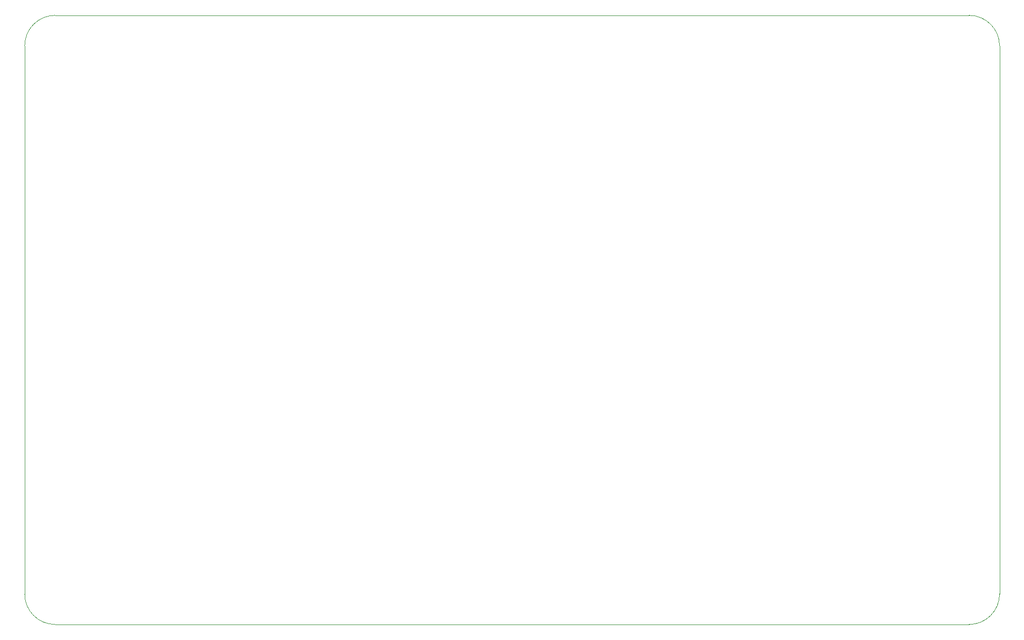
<source format=gbr>
%TF.GenerationSoftware,KiCad,Pcbnew,8.0.2*%
%TF.CreationDate,2024-05-15T16:38:57+02:00*%
%TF.ProjectId,Automatischer-Kabelschneider,4175746f-6d61-4746-9973-636865722d4b,1.0*%
%TF.SameCoordinates,Original*%
%TF.FileFunction,Profile,NP*%
%FSLAX46Y46*%
G04 Gerber Fmt 4.6, Leading zero omitted, Abs format (unit mm)*
G04 Created by KiCad (PCBNEW 8.0.2) date 2024-05-15 16:38:57*
%MOMM*%
%LPD*%
G01*
G04 APERTURE LIST*
%TA.AperFunction,Profile*%
%ADD10C,0.100000*%
%TD*%
G04 APERTURE END LIST*
D10*
X74108000Y-150796000D02*
G75*
G02*
X69108000Y-145796000I0J5000000D01*
G01*
X224108000Y-50796000D02*
G75*
G02*
X229108000Y-55796000I0J-5000000D01*
G01*
X69108000Y-55796000D02*
X69108000Y-145796000D01*
X69108000Y-55796000D02*
G75*
G02*
X74108000Y-50796000I5000000J0D01*
G01*
X229108000Y-145796000D02*
X229108000Y-55796000D01*
X229108000Y-145796000D02*
G75*
G02*
X224108000Y-150796000I-5000000J0D01*
G01*
X74108000Y-150796000D02*
X224108000Y-150796000D01*
X74108000Y-50796000D02*
X224108000Y-50796000D01*
M02*

</source>
